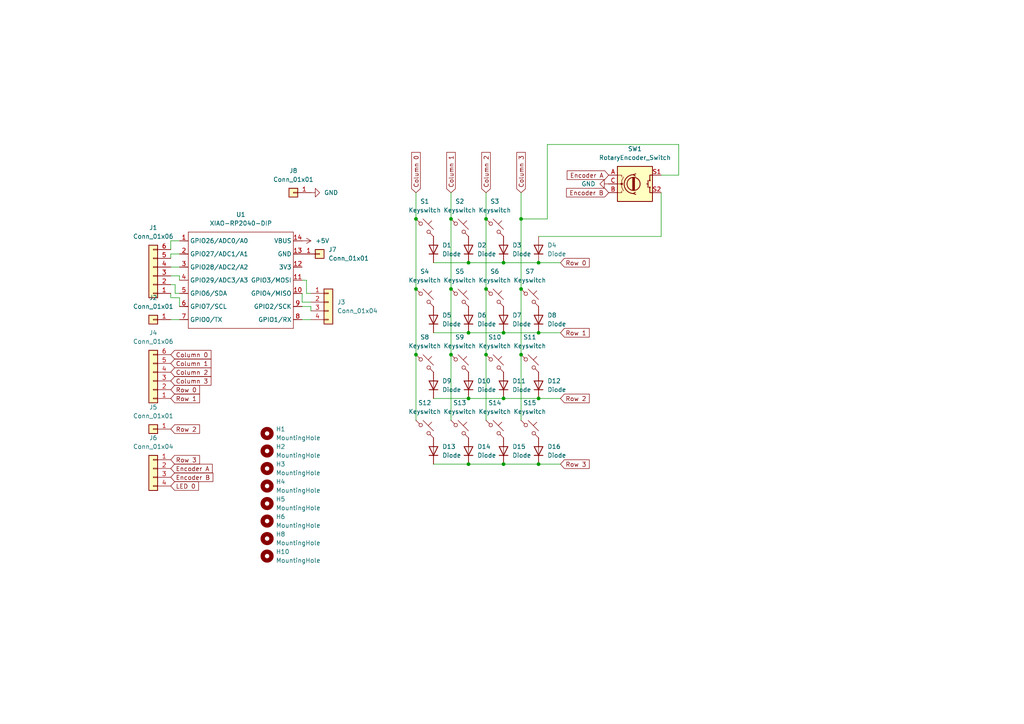
<source format=kicad_sch>
(kicad_sch (version 20231120) (generator "eeschema") (generator_version "8.0")
  (paper "A4")
  (lib_symbols
    (symbol "Connector_Generic:Conn_01x01" (pin_names (offset 1.016) hide)
      (property "Reference" "J" (at 0 2.54 0))
      (property "Value" "Conn_01x01" (at 0 -2.54 0))
      (symbol "Conn_01x01_1_1"
        (rectangle (start -1.27 0.127) (end 0 -0.127) (stroke (width 0.1524)))
        (rectangle (start -1.27 1.27) (end 1.27 -1.27) (stroke (width 0.254)) (fill (type background)))
        (pin passive line (at -5.08 0 0) (length 3.81) (name "Pin_1") (number "1"))
      )
    )
    (symbol "Connector_Generic:Conn_01x04" (pin_names (offset 1.016) hide)
      (property "Reference" "J" (at 0 5.08 0))
      (property "Value" "Conn_01x04" (at 0 -7.62 0))
      (symbol "Conn_01x04_1_1"
        (rectangle (start -1.27 -4.953) (end 0 -5.207) (stroke (width 0.1524)))
        (rectangle (start -1.27 -2.413) (end 0 -2.667) (stroke (width 0.1524)))
        (rectangle (start -1.27 0.127) (end 0 -0.127) (stroke (width 0.1524)))
        (rectangle (start -1.27 2.667) (end 0 2.413) (stroke (width 0.1524)))
        (rectangle (start -1.27 3.81) (end 1.27 -6.35) (stroke (width 0.254)) (fill (type background)))
        (pin passive line (at -5.08 2.54 0) (length 3.81) (name "Pin_1") (number "1"))
        (pin passive line (at -5.08 0 0) (length 3.81) (name "Pin_2") (number "2"))
        (pin passive line (at -5.08 -2.54 0) (length 3.81) (name "Pin_3") (number "3"))
        (pin passive line (at -5.08 -5.08 0) (length 3.81) (name "Pin_4") (number "4"))
      )
    )
    (symbol "Connector_Generic:Conn_01x06" (pin_names (offset 1.016) hide)
      (property "Reference" "J" (at 0 7.62 0))
      (property "Value" "Conn_01x06" (at 0 -10.16 0))
      (symbol "Conn_01x06_1_1"
        (rectangle (start -1.27 -7.493) (end 0 -7.747) (stroke (width 0.1524)))
        (rectangle (start -1.27 -4.953) (end 0 -5.207) (stroke (width 0.1524)))
        (rectangle (start -1.27 -2.413) (end 0 -2.667) (stroke (width 0.1524)))
        (rectangle (start -1.27 0.127) (end 0 -0.127) (stroke (width 0.1524)))
        (rectangle (start -1.27 2.667) (end 0 2.413) (stroke (width 0.1524)))
        (rectangle (start -1.27 5.207) (end 0 4.953) (stroke (width 0.1524)))
        (rectangle (start -1.27 6.35) (end 1.27 -8.89) (stroke (width 0.254)) (fill (type background)))
        (pin passive line (at -5.08 5.08 0) (length 3.81) (name "Pin_1") (number "1"))
        (pin passive line (at -5.08 2.54 0) (length 3.81) (name "Pin_2") (number "2"))
        (pin passive line (at -5.08 0 0) (length 3.81) (name "Pin_3") (number "3"))
        (pin passive line (at -5.08 -2.54 0) (length 3.81) (name "Pin_4") (number "4"))
        (pin passive line (at -5.08 -5.08 0) (length 3.81) (name "Pin_5") (number "5"))
        (pin passive line (at -5.08 -7.62 0) (length 3.81) (name "Pin_6") (number "6"))
      )
    )
    (symbol "Device:RotaryEncoder_Switch" (pin_names (offset 0.254) hide)
      (property "Reference" "SW" (at 0 6.604 0))
      (property "Value" "RotaryEncoder_Switch" (at 0 -6.604 0))
      (symbol "RotaryEncoder_Switch_0_1"
        (rectangle (start -5.08 5.08) (end 5.08 -5.08) (stroke (width 0.254)) (fill (type background)))
        (circle (center -3.81 0) (radius 0.254) (fill (type outline)))
        (circle (center -0.381 0) (radius 1.905) (stroke (width 0.254)))
        (arc (start -0.381 2.667) (mid -3.0988 -0.0635) (end -0.381 -2.794) (stroke (width 0.254)))
        (polyline (pts (xy -0.635 -1.778) (xy -0.635 1.778)) (stroke (width 0.254)))
        (polyline (pts (xy -0.381 -1.778) (xy -0.381 1.778)) (stroke (width 0.254)))
        (polyline (pts (xy -0.127 1.778) (xy -0.127 -1.778)) (stroke (width 0.254)))
        (polyline (pts (xy 3.81 0) (xy 3.429 0)) (stroke (width 0.254)))
        (polyline (pts (xy 3.81 1.016) (xy 3.81 -1.016)) (stroke (width 0.254)))
        (polyline (pts (xy -5.08 -2.54) (xy -3.81 -2.54) (xy -3.81 -2.032)))
        (polyline (pts (xy -5.08 2.54) (xy -3.81 2.54) (xy -3.81 2.032)))
        (polyline (pts (xy 0.254 -3.048) (xy -0.508 -2.794) (xy 0.127 -2.413)) (stroke (width 0.254)))
        (polyline (pts (xy 0.254 2.921) (xy -0.508 2.667) (xy 0.127 2.286)) (stroke (width 0.254)))
        (polyline (pts (xy 5.08 -2.54) (xy 4.318 -2.54) (xy 4.318 -1.016)) (stroke (width 0.254)))
        (polyline (pts (xy 5.08 2.54) (xy 4.318 2.54) (xy 4.318 1.016)) (stroke (width 0.254)))
        (polyline (pts (xy -5.08 0) (xy -3.81 0) (xy -3.81 -1.016) (xy -3.302 -2.032)))
        (polyline (pts (xy -4.318 0) (xy -3.81 0) (xy -3.81 1.016) (xy -3.302 2.032)))
        (circle (center 4.318 -1.016) (radius 0.127) (stroke (width 0.254)))
        (circle (center 4.318 1.016) (radius 0.127) (stroke (width 0.254)))
      )
      (symbol "RotaryEncoder_Switch_1_1"
        (pin passive line (at -7.62 2.54 0) (length 2.54) (name "A") (number "A"))
        (pin passive line (at -7.62 -2.54 0) (length 2.54) (name "B") (number "B"))
        (pin passive line (at -7.62 0 0) (length 2.54) (name "C") (number "C"))
        (pin passive line (at 7.62 2.54 180) (length 2.54) (name "S1") (number "S1"))
        (pin passive line (at 7.62 -2.54 180) (length 2.54) (name "S2") (number "S2"))
      )
    )
    (symbol "Mechanical:MountingHole" (pin_names (offset 1.016)) (exclude_from_sim yes) (in_bom no)
      (property "Reference" "H" (at 0 5.08 0))
      (property "Value" "MountingHole" (at 0 3.175 0))
      (symbol "MountingHole_0_1"
        (circle (center 0 0) (radius 1.27) (stroke (width 1.27)))
      )
    )
    (symbol "ScottoKeebs:Placeholder_Diode" (pin_numbers hide) (pin_names hide)
      (property "Reference" "D" (at 0 2.54 0))
      (property "Value" "Diode" (at 0 -2.54 0))
      (symbol "Placeholder_Diode_0_1"
        (polyline (pts (xy -1.27 1.27) (xy -1.27 -1.27)) (stroke (width 0.254)))
        (polyline (pts (xy 1.27 0) (xy -1.27 0)))
        (polyline (pts (xy 1.27 1.27) (xy 1.27 -1.27) (xy -1.27 0) (xy 1.27 1.27)) (stroke (width 0.254)))
      )
      (symbol "Placeholder_Diode_1_1"
        (pin passive line (at -3.81 0 0) (length 2.54) (name "K") (number "1"))
        (pin passive line (at 3.81 0 180) (length 2.54) (name "A") (number "2"))
      )
    )
    (symbol "ScottoKeebs:Placeholder_Keyswitch" (pin_numbers hide) (pin_names (offset 1.016) hide)
      (property "Reference" "S" (at 3.048 1.016 0))
      (property "Value" "Keyswitch" (at 0 -3.81 0))
      (symbol "Placeholder_Keyswitch_0_1"
        (circle (center -1.1684 1.1684) (radius 0.508))
        (polyline (pts (xy -0.508 2.54) (xy 2.54 -0.508)))
        (polyline (pts (xy 1.016 1.016) (xy 2.032 2.032)))
        (polyline (pts (xy -2.54 2.54) (xy -1.524 1.524) (xy -1.524 1.524)))
        (polyline (pts (xy 1.524 -1.524) (xy 2.54 -2.54) (xy 2.54 -2.54) (xy 2.54 -2.54)))
        (circle (center 1.143 -1.1938) (radius 0.508))
        (pin passive line (at -2.54 2.54 0) (length 0) (name "1") (number "1"))
        (pin passive line (at 2.54 -2.54 180) (length 0) (name "2") (number "2"))
      )
    )
    (symbol "Seeed_Studio_XIAO_Series:XIAO-RP2040-DIP"
      (property "Reference" "U" (at 0 0 0))
      (property "Value" "XIAO-RP2040-DIP" (at 5.334 -1.778 0))
      (symbol "XIAO-RP2040-DIP_1_0"
        (polyline (pts (xy -1.27 -30.48) (xy -1.27 -16.51)) (stroke (width 0.1524)))
        (polyline (pts (xy -1.27 -27.94) (xy -2.54 -27.94)) (stroke (width 0.1524)))
        (polyline (pts (xy -1.27 -24.13) (xy -2.54 -24.13)) (stroke (width 0.1524)))
        (polyline (pts (xy -1.27 -20.32) (xy -2.54 -20.32)) (stroke (width 0.1524)))
        (polyline (pts (xy -1.27 -16.51) (xy -2.54 -16.51)) (stroke (width 0.1524)))
        (polyline (pts (xy -1.27 -16.51) (xy -1.27 -12.7)) (stroke (width 0.1524)))
        (polyline (pts (xy -1.27 -12.7) (xy -2.54 -12.7)) (stroke (width 0.1524)))
        (polyline (pts (xy -1.27 -12.7) (xy -1.27 -8.89)) (stroke (width 0.1524)))
        (polyline (pts (xy -1.27 -8.89) (xy -2.54 -8.89)) (stroke (width 0.1524)))
        (polyline (pts (xy -1.27 -8.89) (xy -1.27 -5.08)) (stroke (width 0.1524)))
        (polyline (pts (xy -1.27 -5.08) (xy -2.54 -5.08)) (stroke (width 0.1524)))
        (polyline (pts (xy -1.27 -5.08) (xy -1.27 -2.54)) (stroke (width 0.1524)))
        (polyline (pts (xy -1.27 -2.54) (xy 29.21 -2.54)) (stroke (width 0.1524)))
        (polyline (pts (xy 29.21 -30.48) (xy -1.27 -30.48)) (stroke (width 0.1524)))
        (polyline (pts (xy 29.21 -12.7) (xy 29.21 -30.48)) (stroke (width 0.1524)))
        (polyline (pts (xy 29.21 -8.89) (xy 29.21 -12.7)) (stroke (width 0.1524)))
        (polyline (pts (xy 29.21 -5.08) (xy 29.21 -8.89)) (stroke (width 0.1524)))
        (polyline (pts (xy 29.21 -2.54) (xy 29.21 -5.08)) (stroke (width 0.1524)))
        (polyline (pts (xy 30.48 -27.94) (xy 29.21 -27.94)) (stroke (width 0.1524)))
        (polyline (pts (xy 30.48 -24.13) (xy 29.21 -24.13)) (stroke (width 0.1524)))
        (polyline (pts (xy 30.48 -20.32) (xy 29.21 -20.32)) (stroke (width 0.1524)))
        (polyline (pts (xy 30.48 -16.51) (xy 29.21 -16.51)) (stroke (width 0.1524)))
        (polyline (pts (xy 30.48 -12.7) (xy 29.21 -12.7)) (stroke (width 0.1524)))
        (polyline (pts (xy 30.48 -8.89) (xy 29.21 -8.89)) (stroke (width 0.1524)))
        (polyline (pts (xy 30.48 -5.08) (xy 29.21 -5.08)) (stroke (width 0.1524)))
        (pin passive line (at -3.81 -5.08 0) (length 2.54) (name "GPIO26/ADC0/A0") (number "1"))
        (pin passive line (at 31.75 -20.32 180) (length 2.54) (name "GPIO4/MISO") (number "10"))
        (pin passive line (at 31.75 -16.51 180) (length 2.54) (name "GPIO3/MOSI") (number "11"))
        (pin passive line (at 31.75 -12.7 180) (length 2.54) (name "3V3") (number "12"))
        (pin passive line (at 31.75 -8.89 180) (length 2.54) (name "GND") (number "13"))
        (pin passive line (at 31.75 -5.08 180) (length 2.54) (name "VBUS") (number "14"))
        (pin passive line (at -3.81 -8.89 0) (length 2.54) (name "GPIO27/ADC1/A1") (number "2"))
        (pin passive line (at -3.81 -12.7 0) (length 2.54) (name "GPIO28/ADC2/A2") (number "3"))
        (pin passive line (at -3.81 -16.51 0) (length 2.54) (name "GPIO29/ADC3/A3") (number "4"))
        (pin passive line (at -3.81 -20.32 0) (length 2.54) (name "GPIO6/SDA") (number "5"))
        (pin passive line (at -3.81 -24.13 0) (length 2.54) (name "GPIO7/SCL") (number "6"))
        (pin passive line (at -3.81 -27.94 0) (length 2.54) (name "GPIO0/TX") (number "7"))
        (pin passive line (at 31.75 -27.94 180) (length 2.54) (name "GPIO1/RX") (number "8"))
        (pin passive line (at 31.75 -24.13 180) (length 2.54) (name "GPIO2/SCK") (number "9"))
      )
    )
    (symbol "power:+5V" (power) (pin_numbers hide) (pin_names (offset 0) hide)
      (property "Value" "+5V" (at 0 3.556 0))
      (symbol "+5V_0_1"
        (polyline (pts (xy -0.762 1.27) (xy 0 2.54)))
        (polyline (pts (xy 0 0) (xy 0 2.54)))
        (polyline (pts (xy 0 2.54) (xy 0.762 1.27)))
      )
      (symbol "+5V_1_1"
        (pin power_in line (at 0 0 90) (length 0) (name "~") (number "1"))
      )
    )
    (symbol "power:GND" (power) (pin_numbers hide) (pin_names (offset 0) hide)
      (property "Value" "GND" (at 0 -3.81 0))
      (symbol "GND_0_1"
        (polyline (pts (xy 0 0) (xy 0 -1.27) (xy 1.27 -1.27) (xy 0 -2.54) (xy -1.27 -1.27) (xy 0 -1.27)))
      )
      (symbol "GND_1_1"
        (pin power_in line (at 0 0 270) (length 0) (name "~") (number "1"))
      )
    )
  )
  (junction (at 130.81 83.82))
  (junction (at 146.05 76.2))
  (junction (at 156.21 134.62))
  (junction (at 135.89 96.52))
  (junction (at 140.97 83.82))
  (junction (at 156.21 76.2))
  (junction (at 146.05 96.52))
  (junction (at 156.21 115.57))
  (junction (at 130.81 63.5))
  (junction (at 151.13 83.82))
  (junction (at 120.65 63.5))
  (junction (at 120.65 83.82))
  (junction (at 135.89 134.62))
  (junction (at 146.05 134.62))
  (junction (at 156.21 96.52))
  (junction (at 120.65 102.87))
  (junction (at 146.05 115.57))
  (junction (at 130.81 102.87))
  (junction (at 135.89 76.2))
  (junction (at 140.97 63.5))
  (junction (at 151.13 102.87))
  (junction (at 135.89 115.57))
  (junction (at 151.13 63.5))
  (junction (at 140.97 102.87))
  (wire (pts (xy 90.17 87.63) (xy 87.63 87.63)))
  (wire (pts (xy 196.85 50.8) (xy 196.85 41.91)))
  (wire (pts (xy 49.53 92.71) (xy 52.07 92.71)))
  (wire (pts (xy 130.81 83.82) (xy 130.81 102.87)))
  (wire (pts (xy 52.07 80.01) (xy 49.53 80.01)))
  (wire (pts (xy 52.07 73.66) (xy 49.53 73.66)))
  (wire (pts (xy 88.9 85.09) (xy 88.9 81.28)))
  (wire (pts (xy 49.53 69.85) (xy 52.07 69.85)))
  (wire (pts (xy 146.05 76.2) (xy 156.21 76.2)))
  (wire (pts (xy 146.05 134.62) (xy 156.21 134.62)))
  (wire (pts (xy 162.56 96.52) (xy 156.21 96.52)))
  (wire (pts (xy 135.89 115.57) (xy 146.05 115.57)))
  (wire (pts (xy 120.65 55.88) (xy 120.65 63.5)))
  (wire (pts (xy 135.89 76.2) (xy 146.05 76.2)))
  (wire (pts (xy 120.65 83.82) (xy 120.65 102.87)))
  (wire (pts (xy 88.9 81.28) (xy 87.63 81.28)))
  (wire (pts (xy 125.73 115.57) (xy 135.89 115.57)))
  (wire (pts (xy 191.77 50.8) (xy 196.85 50.8)))
  (wire (pts (xy 191.77 68.58) (xy 191.77 55.88)))
  (wire (pts (xy 140.97 55.88) (xy 140.97 63.5)))
  (wire (pts (xy 49.53 73.66) (xy 49.53 74.93)))
  (wire (pts (xy 52.07 88.9) (xy 52.07 86.36)))
  (wire (pts (xy 135.89 134.62) (xy 146.05 134.62)))
  (wire (pts (xy 125.73 134.62) (xy 135.89 134.62)))
  (wire (pts (xy 162.56 115.57) (xy 156.21 115.57)))
  (wire (pts (xy 156.21 76.2) (xy 162.56 76.2)))
  (wire (pts (xy 140.97 83.82) (xy 140.97 102.87)))
  (wire (pts (xy 151.13 55.88) (xy 151.13 63.5)))
  (wire (pts (xy 151.13 83.82) (xy 151.13 102.87)))
  (wire (pts (xy 130.81 63.5) (xy 130.81 83.82)))
  (wire (pts (xy 146.05 96.52) (xy 156.21 96.52)))
  (wire (pts (xy 162.56 134.62) (xy 156.21 134.62)))
  (wire (pts (xy 130.81 55.88) (xy 130.81 63.5)))
  (wire (pts (xy 90.17 90.17) (xy 90.17 88.9)))
  (wire (pts (xy 140.97 102.87) (xy 140.97 121.92)))
  (wire (pts (xy 158.75 41.91) (xy 158.75 63.5)))
  (wire (pts (xy 156.21 68.58) (xy 191.77 68.58)))
  (wire (pts (xy 49.53 72.39) (xy 49.53 69.85)))
  (wire (pts (xy 52.07 85.09) (xy 50.8 85.09)))
  (wire (pts (xy 146.05 115.57) (xy 156.21 115.57)))
  (wire (pts (xy 87.63 87.63) (xy 87.63 85.09)))
  (wire (pts (xy 140.97 63.5) (xy 140.97 83.82)))
  (wire (pts (xy 90.17 85.09) (xy 88.9 85.09)))
  (wire (pts (xy 125.73 96.52) (xy 135.89 96.52)))
  (wire (pts (xy 151.13 102.87) (xy 151.13 121.92)))
  (wire (pts (xy 49.53 86.36) (xy 49.53 85.09)))
  (wire (pts (xy 125.73 76.2) (xy 135.89 76.2)))
  (wire (pts (xy 87.63 92.71) (xy 90.17 92.71)))
  (wire (pts (xy 90.17 88.9) (xy 87.63 88.9)))
  (wire (pts (xy 135.89 96.52) (xy 146.05 96.52)))
  (wire (pts (xy 158.75 63.5) (xy 151.13 63.5)))
  (wire (pts (xy 130.81 102.87) (xy 130.81 121.92)))
  (wire (pts (xy 120.65 63.5) (xy 120.65 83.82)))
  (wire (pts (xy 151.13 63.5) (xy 151.13 83.82)))
  (wire (pts (xy 52.07 86.36) (xy 49.53 86.36)))
  (wire (pts (xy 120.65 102.87) (xy 120.65 121.92)))
  (wire (pts (xy 196.85 41.91) (xy 158.75 41.91)))
  (wire (pts (xy 50.8 82.55) (xy 49.53 82.55)))
  (wire (pts (xy 49.53 77.47) (xy 52.07 77.47)))
  (wire (pts (xy 52.07 81.28) (xy 52.07 80.01)))
  (wire (pts (xy 50.8 85.09) (xy 50.8 82.55)))
  (global_label "Column 1" (shape input) (at 49.53 105.41 0) (property "Intersheetrefs" "${INTERSHEET_REFS}" (effects (hide yes))))
  (global_label "Column 1" (shape input) (at 130.81 55.88 90) (property "Intersheetrefs" "${INTERSHEET_REFS}" (effects (hide yes))))
  (global_label "Row 3" (shape input) (at 162.56 134.62 0) (property "Intersheetrefs" "${INTERSHEET_REFS}" (effects (hide yes))))
  (global_label "Column 3" (shape input) (at 151.13 55.88 90) (property "Intersheetrefs" "${INTERSHEET_REFS}" (effects (hide yes))))
  (global_label "Column 2" (shape input) (at 49.53 107.95 0) (property "Intersheetrefs" "${INTERSHEET_REFS}" (effects (hide yes))))
  (global_label "Row 0" (shape input) (at 49.53 113.03 0) (property "Intersheetrefs" "${INTERSHEET_REFS}" (effects (hide yes))))
  (global_label "Column 0" (shape input) (at 49.53 102.87 0) (property "Intersheetrefs" "${INTERSHEET_REFS}" (effects (hide yes))))
  (global_label "LED 0" (shape input) (at 49.53 140.97 0) (property "Intersheetrefs" "${INTERSHEET_REFS}" (effects (hide yes))))
  (global_label "Row 0" (shape input) (at 162.56 76.2 0) (property "Intersheetrefs" "${INTERSHEET_REFS}" (effects (hide yes))))
  (global_label "Row 3" (shape input) (at 49.53 133.35 0) (property "Intersheetrefs" "${INTERSHEET_REFS}" (effects (hide yes))))
  (global_label "Encoder B" (shape input) (at 49.53 138.43 0) (property "Intersheetrefs" "${INTERSHEET_REFS}" (effects (hide yes))))
  (global_label "Encoder B" (shape input) (at 176.53 55.88 180) (property "Intersheetrefs" "${INTERSHEET_REFS}" (effects (hide yes))))
  (global_label "Row 2" (shape input) (at 162.56 115.57 0) (property "Intersheetrefs" "${INTERSHEET_REFS}" (effects (hide yes))))
  (global_label "Column 0" (shape input) (at 120.65 55.88 90) (property "Intersheetrefs" "${INTERSHEET_REFS}" (effects (hide yes))))
  (global_label "Row 1" (shape input) (at 162.56 96.52 0) (property "Intersheetrefs" "${INTERSHEET_REFS}" (effects (hide yes))))
  (global_label "Row 1" (shape input) (at 49.53 115.57 0) (property "Intersheetrefs" "${INTERSHEET_REFS}" (effects (hide yes))))
  (global_label "Encoder A" (shape input) (at 49.53 135.89 0) (property "Intersheetrefs" "${INTERSHEET_REFS}" (effects (hide yes))))
  (global_label "Column 2" (shape input) (at 140.97 55.88 90) (property "Intersheetrefs" "${INTERSHEET_REFS}" (effects (hide yes))))
  (global_label "Encoder A" (shape input) (at 176.53 50.8 180) (property "Intersheetrefs" "${INTERSHEET_REFS}" (effects (hide yes))))
  (global_label "Column 3" (shape input) (at 49.53 110.49 0) (property "Intersheetrefs" "${INTERSHEET_REFS}" (effects (hide yes))))
  (global_label "Row 2" (shape input) (at 49.53 124.46 0) (property "Intersheetrefs" "${INTERSHEET_REFS}" (effects (hide yes))))
  (symbol (lib_id "ScottoKeebs:Placeholder_Keyswitch") (at 133.35 86.36 0) (unit 1)
    (property "Reference" "S5" (at 133.35 78.74 0))
    (property "Value" "Keyswitch" (at 133.35 81.28 0))
    (property "Footprint" "ScottoKeebs_MX:MX_PCB_1.00u" (effects (hide yes)))
    (property "Description" "Push button switch, normally open, two pins, 45° tilted" (effects (hide yes)))
  )
  (symbol (lib_id "ScottoKeebs:Placeholder_Keyswitch") (at 153.67 86.36 0) (unit 1)
    (property "Reference" "S7" (at 153.67 78.74 0))
    (property "Value" "Keyswitch" (at 153.67 81.28 0))
    (property "Footprint" "ScottoKeebs_MX:MX_PCB_1.00u" (effects (hide yes)))
    (property "Description" "Push button switch, normally open, two pins, 45° tilted" (effects (hide yes)))
  )
  (symbol (lib_id "Seeed_Studio_XIAO_Series:XIAO-RP2040-DIP") (at 55.88 64.77 0) (unit 1)
    (property "Reference" "U1" (at 69.85 62.23 0))
    (property "Value" "XIAO-RP2040-DIP" (at 69.85 64.77 0))
    (property "Footprint" "Seeed Studio XIAO Series Library:XIAO-RP2040-DIP" (effects (hide yes)))
  )
  (symbol (lib_id "power:+5V") (at 87.63 69.85 270) (unit 1)
    (property "Reference" "#PWR02" (effects (hide yes)))
    (property "Value" "+5V" (at 91.44 69.8499 90) (effects (justify left)))
    (property "Description" "Power symbol creates a global label with name \"+5V\"" (effects (hide yes)))
  )
  (symbol (lib_id "Connector_Generic:Conn_01x01") (at 85.09 55.88 0) (mirror y) (unit 1)
    (property "Reference" "J8" (at 85.09 49.53 0))
    (property "Value" "Conn_01x01" (at 85.09 52.07 0))
    (property "Footprint" "Connector_Wire:SolderWire-0.1sqmm_1x01_D0.4mm_OD1mm" (effects (hide yes)))
    (property "Description" "Generic connector, single row, 01x01, script generated (kicad-library-utils/schlib/autogen/connector/)" (effects (hide yes)))
  )
  (symbol (lib_id "ScottoKeebs:Placeholder_Diode") (at 135.89 111.76 90) (unit 1)
    (property "Reference" "D10" (at 138.43 110.4899 90) (effects (justify right)))
    (property "Value" "Diode" (at 138.43 113.0299 90) (effects (justify right)))
    (property "Footprint" "ScottoKeebs_Components:Diode_DO-35" (effects (hide yes)))
    (property "Description" "1N4148 (DO-35) or 1N4148W (SOD-123)" (effects (hide yes)))
    (property "Sim.Device" "D" (effects (hide yes)))
    (property "Sim.Pins" "1=K 2=A" (effects (hide yes)))
  )
  (symbol (lib_id "ScottoKeebs:Placeholder_Diode") (at 135.89 92.71 90) (unit 1)
    (property "Reference" "D6" (at 138.43 91.4399 90) (effects (justify right)))
    (property "Value" "Diode" (at 138.43 93.9799 90) (effects (justify right)))
    (property "Footprint" "ScottoKeebs_Components:Diode_DO-35" (effects (hide yes)))
    (property "Description" "1N4148 (DO-35) or 1N4148W (SOD-123)" (effects (hide yes)))
    (property "Sim.Device" "D" (effects (hide yes)))
    (property "Sim.Pins" "1=K 2=A" (effects (hide yes)))
  )
  (symbol (lib_id "Mechanical:MountingHole") (at 77.47 146.05 0) (unit 1) (exclude_from_sim yes) (in_bom no)
    (property "Reference" "H5" (at 80.01 144.7799 0) (effects (justify left)))
    (property "Value" "MountingHole" (at 80.01 147.3199 0) (effects (justify left)))
    (property "Footprint" "MountingHole:MountingHole_2.2mm_M2_DIN965_Pad" (effects (hide yes)))
    (property "Description" "Mounting Hole without connection" (effects (hide yes)))
  )
  (symbol (lib_id "ScottoKeebs:Placeholder_Keyswitch") (at 133.35 66.04 0) (unit 1)
    (property "Reference" "S2" (at 133.35 58.42 0))
    (property "Value" "Keyswitch" (at 133.35 60.96 0))
    (property "Footprint" "ScottoKeebs_MX:MX_PCB_1.00u" (effects (hide yes)))
    (property "Description" "Push button switch, normally open, two pins, 45° tilted" (effects (hide yes)))
  )
  (symbol (lib_id "ScottoKeebs:Placeholder_Diode") (at 125.73 92.71 90) (unit 1)
    (property "Reference" "D5" (at 128.27 91.4399 90) (effects (justify right)))
    (property "Value" "Diode" (at 128.27 93.9799 90) (effects (justify right)))
    (property "Footprint" "ScottoKeebs_Components:Diode_DO-35" (effects (hide yes)))
    (property "Description" "1N4148 (DO-35) or 1N4148W (SOD-123)" (effects (hide yes)))
    (property "Sim.Device" "D" (effects (hide yes)))
    (property "Sim.Pins" "1=K 2=A" (effects (hide yes)))
  )
  (symbol (lib_id "Mechanical:MountingHole") (at 77.47 130.81 0) (unit 1) (exclude_from_sim yes) (in_bom no)
    (property "Reference" "H2" (at 80.01 129.5399 0) (effects (justify left)))
    (property "Value" "MountingHole" (at 80.01 132.0799 0) (effects (justify left)))
    (property "Footprint" "MountingHole:MountingHole_2.2mm_M2_DIN965_Pad" (effects (hide yes)))
    (property "Description" "Mounting Hole without connection" (effects (hide yes)))
  )
  (symbol (lib_id "power:GND") (at 90.17 55.88 90) (unit 1)
    (property "Reference" "#PWR01" (effects (hide yes)))
    (property "Value" "GND" (at 93.98 55.8799 90) (effects (justify right)))
    (property "Description" "Power symbol creates a global label with name \"GND\" , ground" (effects (hide yes)))
  )
  (symbol (lib_id "ScottoKeebs:Placeholder_Diode") (at 146.05 111.76 90) (unit 1)
    (property "Reference" "D11" (at 148.59 110.4899 90) (effects (justify right)))
    (property "Value" "Diode" (at 148.59 113.0299 90) (effects (justify right)))
    (property "Footprint" "ScottoKeebs_Components:Diode_DO-35" (effects (hide yes)))
    (property "Description" "1N4148 (DO-35) or 1N4148W (SOD-123)" (effects (hide yes)))
    (property "Sim.Device" "D" (effects (hide yes)))
    (property "Sim.Pins" "1=K 2=A" (effects (hide yes)))
  )
  (symbol (lib_id "ScottoKeebs:Placeholder_Keyswitch") (at 143.51 66.04 0) (unit 1)
    (property "Reference" "S3" (at 143.51 58.42 0))
    (property "Value" "Keyswitch" (at 143.51 60.96 0))
    (property "Footprint" "ScottoKeebs_MX:MX_PCB_1.00u" (effects (hide yes)))
    (property "Description" "Push button switch, normally open, two pins, 45° tilted" (effects (hide yes)))
  )
  (symbol (lib_id "ScottoKeebs:Placeholder_Keyswitch") (at 143.51 105.41 0) (unit 1)
    (property "Reference" "S10" (at 143.51 97.79 0))
    (property "Value" "Keyswitch" (at 143.51 100.33 0))
    (property "Footprint" "ScottoKeebs_MX:MX_PCB_1.00u" (effects (hide yes)))
    (property "Description" "Push button switch, normally open, two pins, 45° tilted" (effects (hide yes)))
  )
  (symbol (lib_id "ScottoKeebs:Placeholder_Keyswitch") (at 133.35 124.46 0) (unit 1)
    (property "Reference" "S13" (at 133.35 116.84 0))
    (property "Value" "Keyswitch" (at 133.35 119.38 0))
    (property "Footprint" "ScottoKeebs_MX:MX_PCB_1.00u" (effects (hide yes)))
    (property "Description" "Push button switch, normally open, two pins, 45° tilted" (effects (hide yes)))
  )
  (symbol (lib_id "ScottoKeebs:Placeholder_Keyswitch") (at 153.67 105.41 0) (unit 1)
    (property "Reference" "S11" (at 153.67 97.79 0))
    (property "Value" "Keyswitch" (at 153.67 100.33 0))
    (property "Footprint" "ScottoKeebs_MX:MX_PCB_1.00u" (effects (hide yes)))
    (property "Description" "Push button switch, normally open, two pins, 45° tilted" (effects (hide yes)))
  )
  (symbol (lib_id "ScottoKeebs:Placeholder_Keyswitch") (at 123.19 105.41 0) (unit 1)
    (property "Reference" "S8" (at 123.19 97.79 0))
    (property "Value" "Keyswitch" (at 123.19 100.33 0))
    (property "Footprint" "ScottoKeebs_MX:MX_PCB_1.00u" (effects (hide yes)))
    (property "Description" "Push button switch, normally open, two pins, 45° tilted" (effects (hide yes)))
  )
  (symbol (lib_id "ScottoKeebs:Placeholder_Diode") (at 125.73 72.39 90) (unit 1)
    (property "Reference" "D1" (at 128.27 71.1199 90) (effects (justify right)))
    (property "Value" "Diode" (at 128.27 73.6599 90) (effects (justify right)))
    (property "Footprint" "ScottoKeebs_Components:Diode_DO-35" (effects (hide yes)))
    (property "Description" "1N4148 (DO-35) or 1N4148W (SOD-123)" (effects (hide yes)))
    (property "Sim.Device" "D" (effects (hide yes)))
    (property "Sim.Pins" "1=K 2=A" (effects (hide yes)))
  )
  (symbol (lib_id "ScottoKeebs:Placeholder_Diode") (at 156.21 72.39 90) (unit 1)
    (property "Reference" "D4" (at 158.75 71.1199 90) (effects (justify right)))
    (property "Value" "Diode" (at 158.75 73.6599 90) (effects (justify right)))
    (property "Footprint" "ScottoKeebs_Components:Diode_DO-35" (effects (hide yes)))
    (property "Description" "1N4148 (DO-35) or 1N4148W (SOD-123)" (effects (hide yes)))
    (property "Sim.Device" "D" (effects (hide yes)))
    (property "Sim.Pins" "1=K 2=A" (effects (hide yes)))
  )
  (symbol (lib_id "ScottoKeebs:Placeholder_Keyswitch") (at 153.67 124.46 0) (unit 1)
    (property "Reference" "S15" (at 153.67 116.84 0))
    (property "Value" "Keyswitch" (at 153.67 119.38 0))
    (property "Footprint" "ScottoKeebs_MX:MX_PCB_1.00u" (effects (hide yes)))
    (property "Description" "Push button switch, normally open, two pins, 45° tilted" (effects (hide yes)))
  )
  (symbol (lib_id "ScottoKeebs:Placeholder_Diode") (at 125.73 130.81 90) (unit 1)
    (property "Reference" "D13" (at 128.27 129.5399 90) (effects (justify right)))
    (property "Value" "Diode" (at 128.27 132.0799 90) (effects (justify right)))
    (property "Footprint" "ScottoKeebs_Components:Diode_DO-35" (effects (hide yes)))
    (property "Description" "1N4148 (DO-35) or 1N4148W (SOD-123)" (effects (hide yes)))
    (property "Sim.Device" "D" (effects (hide yes)))
    (property "Sim.Pins" "1=K 2=A" (effects (hide yes)))
  )
  (symbol (lib_id "ScottoKeebs:Placeholder_Keyswitch") (at 123.19 124.46 0) (unit 1)
    (property "Reference" "S12" (at 123.19 116.84 0))
    (property "Value" "Keyswitch" (at 123.19 119.38 0))
    (property "Footprint" "ScottoKeebs_MX:MX_PCB_1.00u" (effects (hide yes)))
    (property "Description" "Push button switch, normally open, two pins, 45° tilted" (effects (hide yes)))
  )
  (symbol (lib_id "ScottoKeebs:Placeholder_Diode") (at 135.89 72.39 90) (unit 1)
    (property "Reference" "D2" (at 138.43 71.1199 90) (effects (justify right)))
    (property "Value" "Diode" (at 138.43 73.6599 90) (effects (justify right)))
    (property "Footprint" "ScottoKeebs_Components:Diode_DO-35" (effects (hide yes)))
    (property "Description" "1N4148 (DO-35) or 1N4148W (SOD-123)" (effects (hide yes)))
    (property "Sim.Device" "D" (effects (hide yes)))
    (property "Sim.Pins" "1=K 2=A" (effects (hide yes)))
  )
  (symbol (lib_id "Connector_Generic:Conn_01x04") (at 95.25 87.63 0) (unit 1)
    (property "Reference" "J3" (at 97.79 87.6299 0) (effects (justify left)))
    (property "Value" "Conn_01x04" (at 97.79 90.1699 0) (effects (justify left)))
    (property "Footprint" "Connector_Wire:SolderWire-0.1sqmm_1x04_P3.6mm_D0.4mm_OD1mm" (effects (hide yes)))
    (property "Description" "Generic connector, single row, 01x04, script generated (kicad-library-utils/schlib/autogen/connector/)" (effects (hide yes)))
  )
  (symbol (lib_id "Mechanical:MountingHole") (at 77.47 161.29 0) (unit 1) (exclude_from_sim yes) (in_bom no)
    (property "Reference" "H10" (at 80.01 160.0199 0) (effects (justify left)))
    (property "Value" "MountingHole" (at 80.01 162.5599 0) (effects (justify left)))
    (property "Footprint" "MountingHole:MountingHole_2.2mm_M2_DIN965_Pad" (effects (hide yes)))
    (property "Description" "Mounting Hole without connection" (effects (hide yes)))
  )
  (symbol (lib_id "Mechanical:MountingHole") (at 77.47 151.13 0) (unit 1) (exclude_from_sim yes) (in_bom no)
    (property "Reference" "H6" (at 80.01 149.8599 0) (effects (justify left)))
    (property "Value" "MountingHole" (at 80.01 152.3999 0) (effects (justify left)))
    (property "Footprint" "MountingHole:MountingHole_2.2mm_M2_DIN965_Pad" (effects (hide yes)))
    (property "Description" "Mounting Hole without connection" (effects (hide yes)))
  )
  (symbol (lib_id "Mechanical:MountingHole") (at 77.47 135.89 0) (unit 1) (exclude_from_sim yes) (in_bom no)
    (property "Reference" "H3" (at 80.01 134.6199 0) (effects (justify left)))
    (property "Value" "MountingHole" (at 80.01 137.1599 0) (effects (justify left)))
    (property "Footprint" "MountingHole:MountingHole_2.2mm_M2_DIN965_Pad" (effects (hide yes)))
    (property "Description" "Mounting Hole without connection" (effects (hide yes)))
  )
  (symbol (lib_id "Mechanical:MountingHole") (at 77.47 140.97 0) (unit 1) (exclude_from_sim yes) (in_bom no)
    (property "Reference" "H4" (at 80.01 139.6999 0) (effects (justify left)))
    (property "Value" "MountingHole" (at 80.01 142.2399 0) (effects (justify left)))
    (property "Footprint" "MountingHole:MountingHole_2.2mm_M2_DIN965_Pad" (effects (hide yes)))
    (property "Description" "Mounting Hole without connection" (effects (hide yes)))
  )
  (symbol (lib_id "ScottoKeebs:Placeholder_Keyswitch") (at 123.19 66.04 0) (unit 1)
    (property "Reference" "S1" (at 123.19 58.42 0))
    (property "Value" "Keyswitch" (at 123.19 60.96 0))
    (property "Footprint" "ScottoKeebs_MX:MX_PCB_1.00u" (effects (hide yes)))
    (property "Description" "Push button switch, normally open, two pins, 45° tilted" (effects (hide yes)))
  )
  (symbol (lib_id "ScottoKeebs:Placeholder_Diode") (at 125.73 111.76 90) (unit 1)
    (property "Reference" "D9" (at 128.27 110.4899 90) (effects (justify right)))
    (property "Value" "Diode" (at 128.27 113.0299 90) (effects (justify right)))
    (property "Footprint" "ScottoKeebs_Components:Diode_DO-35" (effects (hide yes)))
    (property "Description" "1N4148 (DO-35) or 1N4148W (SOD-123)" (effects (hide yes)))
    (property "Sim.Device" "D" (effects (hide yes)))
    (property "Sim.Pins" "1=K 2=A" (effects (hide yes)))
  )
  (symbol (lib_id "power:GND") (at 176.53 53.34 270) (unit 1)
    (property "Reference" "#PWR03" (effects (hide yes)))
    (property "Value" "GND" (at 172.72 53.3399 90) (effects (justify right)))
    (property "Description" "Power symbol creates a global label with name \"GND\" , ground" (effects (hide yes)))
  )
  (symbol (lib_id "ScottoKeebs:Placeholder_Diode") (at 146.05 130.81 90) (unit 1)
    (property "Reference" "D15" (at 148.59 129.5399 90) (effects (justify right)))
    (property "Value" "Diode" (at 148.59 132.0799 90) (effects (justify right)))
    (property "Footprint" "ScottoKeebs_Components:Diode_DO-35" (effects (hide yes)))
    (property "Description" "1N4148 (DO-35) or 1N4148W (SOD-123)" (effects (hide yes)))
    (property "Sim.Device" "D" (effects (hide yes)))
    (property "Sim.Pins" "1=K 2=A" (effects (hide yes)))
  )
  (symbol (lib_id "ScottoKeebs:Placeholder_Keyswitch") (at 123.19 86.36 0) (unit 1)
    (property "Reference" "S4" (at 123.19 78.74 0))
    (property "Value" "Keyswitch" (at 123.19 81.28 0))
    (property "Footprint" "ScottoKeebs_MX:MX_PCB_1.00u" (effects (hide yes)))
    (property "Description" "Push button switch, normally open, two pins, 45° tilted" (effects (hide yes)))
  )
  (symbol (lib_id "Connector_Generic:Conn_01x01") (at 44.45 124.46 0) (mirror y) (unit 1)
    (property "Reference" "J5" (at 44.45 118.11 0))
    (property "Value" "Conn_01x01" (at 44.45 120.65 0))
    (property "Footprint" "Connector_Wire:SolderWire-0.1sqmm_1x01_D0.4mm_OD1mm" (effects (hide yes)))
    (property "Description" "Generic connector, single row, 01x01, script generated (kicad-library-utils/schlib/autogen/connector/)" (effects (hide yes)))
  )
  (symbol (lib_id "ScottoKeebs:Placeholder_Diode") (at 135.89 130.81 90) (unit 1)
    (property "Reference" "D14" (at 138.43 129.5399 90) (effects (justify right)))
    (property "Value" "Diode" (at 138.43 132.0799 90) (effects (justify right)))
    (property "Footprint" "ScottoKeebs_Components:Diode_DO-35" (effects (hide yes)))
    (property "Description" "1N4148 (DO-35) or 1N4148W (SOD-123)" (effects (hide yes)))
    (property "Sim.Device" "D" (effects (hide yes)))
    (property "Sim.Pins" "1=K 2=A" (effects (hide yes)))
  )
  (symbol (lib_id "Mechanical:MountingHole") (at 77.47 125.73 0) (unit 1) (exclude_from_sim yes) (in_bom no)
    (property "Reference" "H1" (at 80.01 124.4599 0) (effects (justify left)))
    (property "Value" "MountingHole" (at 80.01 126.9999 0) (effects (justify left)))
    (property "Footprint" "MountingHole:MountingHole_2.2mm_M2_DIN965_Pad" (effects (hide yes)))
    (property "Description" "Mounting Hole without connection" (effects (hide yes)))
  )
  (symbol (lib_id "ScottoKeebs:Placeholder_Diode") (at 156.21 111.76 90) (unit 1)
    (property "Reference" "D12" (at 158.75 110.4899 90) (effects (justify right)))
    (property "Value" "Diode" (at 158.75 113.0299 90) (effects (justify right)))
    (property "Footprint" "ScottoKeebs_Components:Diode_DO-35" (effects (hide yes)))
    (property "Description" "1N4148 (DO-35) or 1N4148W (SOD-123)" (effects (hide yes)))
    (property "Sim.Device" "D" (effects (hide yes)))
    (property "Sim.Pins" "1=K 2=A" (effects (hide yes)))
  )
  (symbol (lib_id "ScottoKeebs:Placeholder_Keyswitch") (at 143.51 124.46 0) (unit 1)
    (property "Reference" "S14" (at 143.51 116.84 0))
    (property "Value" "Keyswitch" (at 143.51 119.38 0))
    (property "Footprint" "ScottoKeebs_MX:MX_PCB_1.00u" (effects (hide yes)))
    (property "Description" "Push button switch, normally open, two pins, 45° tilted" (effects (hide yes)))
  )
  (symbol (lib_id "ScottoKeebs:Placeholder_Keyswitch") (at 133.35 105.41 0) (unit 1)
    (property "Reference" "S9" (at 133.35 97.79 0))
    (property "Value" "Keyswitch" (at 133.35 100.33 0))
    (property "Footprint" "ScottoKeebs_MX:MX_PCB_1.00u" (effects (hide yes)))
    (property "Description" "Push button switch, normally open, two pins, 45° tilted" (effects (hide yes)))
  )
  (symbol (lib_id "ScottoKeebs:Placeholder_Diode") (at 156.21 92.71 90) (unit 1)
    (property "Reference" "D8" (at 158.75 91.4399 90) (effects (justify right)))
    (property "Value" "Diode" (at 158.75 93.9799 90) (effects (justify right)))
    (property "Footprint" "ScottoKeebs_Components:Diode_DO-35" (effects (hide yes)))
    (property "Description" "1N4148 (DO-35) or 1N4148W (SOD-123)" (effects (hide yes)))
    (property "Sim.Device" "D" (effects (hide yes)))
    (property "Sim.Pins" "1=K 2=A" (effects (hide yes)))
  )
  (symbol (lib_id "ScottoKeebs:Placeholder_Diode") (at 146.05 72.39 90) (unit 1)
    (property "Reference" "D3" (at 148.59 71.1199 90) (effects (justify right)))
    (property "Value" "Diode" (at 148.59 73.6599 90) (effects (justify right)))
    (property "Footprint" "ScottoKeebs_Components:Diode_DO-35" (effects (hide yes)))
    (property "Description" "1N4148 (DO-35) or 1N4148W (SOD-123)" (effects (hide yes)))
    (property "Sim.Device" "D" (effects (hide yes)))
    (property "Sim.Pins" "1=K 2=A" (effects (hide yes)))
  )
  (symbol (lib_id "Device:RotaryEncoder_Switch") (at 184.15 53.34 0) (unit 1)
    (property "Reference" "SW1" (at 184.15 43.18 0))
    (property "Value" "RotaryEncoder_Switch" (at 184.15 45.72 0))
    (property "Footprint" "Rotary_Encoders:RotaryEncoder_Alps_EC11E-Switch_Vertical_H20mm" (effects (hide yes)))
    (property "Description" "Rotary encoder, dual channel, incremental quadrate outputs, with switch" (effects (hide yes)))
  )
  (symbol (lib_id "ScottoKeebs:Placeholder_Diode") (at 156.21 130.81 90) (unit 1)
    (property "Reference" "D16" (at 158.75 129.5399 90) (effects (justify right)))
    (property "Value" "Diode" (at 158.75 132.0799 90) (effects (justify right)))
    (property "Footprint" "ScottoKeebs_Components:Diode_DO-35" (effects (hide yes)))
    (property "Description" "1N4148 (DO-35) or 1N4148W (SOD-123)" (effects (hide yes)))
    (property "Sim.Device" "D" (effects (hide yes)))
    (property "Sim.Pins" "1=K 2=A" (effects (hide yes)))
  )
  (symbol (lib_id "Connector_Generic:Conn_01x06") (at 44.45 110.49 180) (unit 1)
    (property "Reference" "J4" (at 44.45 96.52 0))
    (property "Value" "Conn_01x06" (at 44.45 99.06 0))
    (property "Footprint" "Connector_Wire:SolderWire-0.1sqmm_1x06_P3.6mm_D0.4mm_OD1mm" (effects (hide yes)))
    (property "Description" "Generic connector, single row, 01x06, script generated (kicad-library-utils/schlib/autogen/connector/)" (effects (hide yes)))
  )
  (symbol (lib_id "Connector_Generic:Conn_01x01") (at 44.45 92.71 0) (mirror y) (unit 1)
    (property "Reference" "J2" (at 44.45 86.36 0))
    (property "Value" "Conn_01x01" (at 44.45 88.9 0))
    (property "Footprint" "Connector_Wire:SolderWire-0.1sqmm_1x01_D0.4mm_OD1mm" (effects (hide yes)))
    (property "Description" "Generic connector, single row, 01x01, script generated (kicad-library-utils/schlib/autogen/connector/)" (effects (hide yes)))
  )
  (symbol (lib_id "ScottoKeebs:Placeholder_Diode") (at 146.05 92.71 90) (unit 1)
    (property "Reference" "D7" (at 148.59 91.4399 90) (effects (justify right)))
    (property "Value" "Diode" (at 148.59 93.9799 90) (effects (justify right)))
    (property "Footprint" "ScottoKeebs_Components:Diode_DO-35" (effects (hide yes)))
    (property "Description" "1N4148 (DO-35) or 1N4148W (SOD-123)" (effects (hide yes)))
    (property "Sim.Device" "D" (effects (hide yes)))
    (property "Sim.Pins" "1=K 2=A" (effects (hide yes)))
  )
  (symbol (lib_id "ScottoKeebs:Placeholder_Keyswitch") (at 143.51 86.36 0) (unit 1)
    (property "Reference" "S6" (at 143.51 78.74 0))
    (property "Value" "Keyswitch" (at 143.51 81.28 0))
    (property "Footprint" "ScottoKeebs_MX:MX_PCB_1.00u" (effects (hide yes)))
    (property "Description" "Push button switch, normally open, two pins, 45° tilted" (effects (hide yes)))
  )
  (symbol (lib_id "Mechanical:MountingHole") (at 77.47 156.21 0) (unit 1) (exclude_from_sim yes) (in_bom no)
    (property "Reference" "H8" (at 80.01 154.9399 0) (effects (justify left)))
    (property "Value" "MountingHole" (at 80.01 157.4799 0) (effects (justify left)))
    (property "Footprint" "MountingHole:MountingHole_2.2mm_M2_DIN965_Pad" (effects (hide yes)))
    (property "Description" "Mounting Hole without connection" (effects (hide yes)))
  )
  (symbol (lib_id "Connector_Generic:Conn_01x04") (at 44.45 135.89 0) (mirror y) (unit 1)
    (property "Reference" "J6" (at 44.45 127 0))
    (property "Value" "Conn_01x04" (at 44.45 129.54 0))
    (property "Footprint" "Connector_Wire:SolderWire-0.1sqmm_1x04_P3.6mm_D0.4mm_OD1mm" (effects (hide yes)))
    (property "Description" "Generic connector, single row, 01x04, script generated (kicad-library-utils/schlib/autogen/connector/)" (effects (hide yes)))
  )
  (symbol (lib_id "Connector_Generic:Conn_01x06") (at 44.45 80.01 180) (unit 1)
    (property "Reference" "J1" (at 44.45 66.04 0))
    (property "Value" "Conn_01x06" (at 44.45 68.58 0))
    (property "Footprint" "Connector_Wire:SolderWire-0.1sqmm_1x06_P3.6mm_D0.4mm_OD1mm" (effects (hide yes)))
    (property "Description" "Generic connector, single row, 01x06, script generated (kicad-library-utils/schlib/autogen/connector/)" (effects (hide yes)))
  )
  (symbol (lib_id "Connector_Generic:Conn_01x01") (at 92.71 73.66 0) (unit 1)
    (property "Reference" "J7" (at 95.25 72.3899 0) (effects (justify left)))
    (property "Value" "Conn_01x01" (at 95.25 74.9299 0) (effects (justify left)))
    (property "Footprint" "Connector_Wire:SolderWire-0.1sqmm_1x01_D0.4mm_OD1mm" (effects (hide yes)))
    (property "Description" "Generic connector, single row, 01x01, script generated (kicad-library-utils/schlib/autogen/connector/)" (effects (hide yes)))
  )
)
</source>
